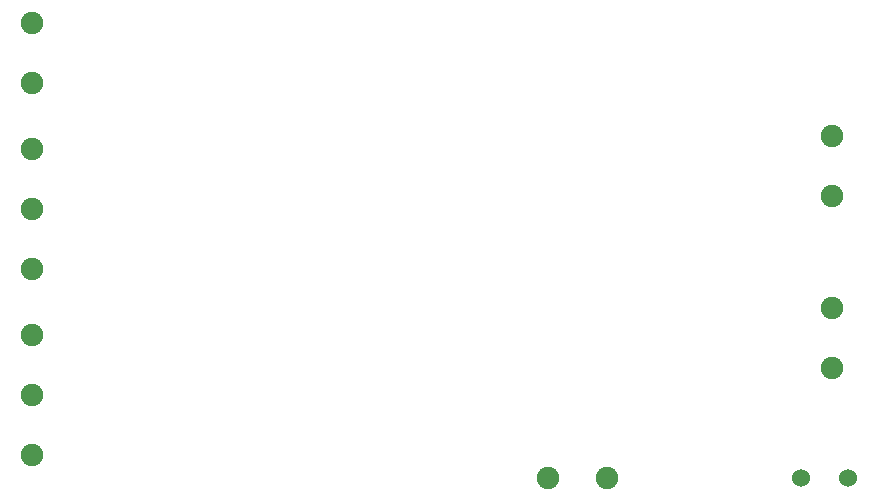
<source format=gbr>
G04 #@! TF.GenerationSoftware,KiCad,Pcbnew,(5.1.4)-1*
G04 #@! TF.CreationDate,2020-10-31T11:52:51+01:00*
G04 #@! TF.ProjectId,BSPD_v_1_0b,42535044-5f76-45f3-915f-30622e6b6963,rev?*
G04 #@! TF.SameCoordinates,Original*
G04 #@! TF.FileFunction,Soldermask,Bot*
G04 #@! TF.FilePolarity,Negative*
%FSLAX46Y46*%
G04 Gerber Fmt 4.6, Leading zero omitted, Abs format (unit mm)*
G04 Created by KiCad (PCBNEW (5.1.4)-1) date 2020-10-31 11:52:51*
%MOMM*%
%LPD*%
G04 APERTURE LIST*
%ADD10C,1.900000*%
%ADD11C,1.524000*%
G04 APERTURE END LIST*
D10*
X159639000Y-57785000D03*
X159639000Y-62865000D03*
X159639000Y-43180000D03*
X159639000Y-48260000D03*
X91948000Y-33655000D03*
X91948000Y-38735000D03*
X91948000Y-54483000D03*
X91948000Y-49403000D03*
X91948000Y-44323000D03*
X91948000Y-60071000D03*
X91948000Y-65151000D03*
X91948000Y-70231000D03*
X135636000Y-72136000D03*
X140636000Y-72136000D03*
D11*
X157036000Y-72136000D03*
X161036000Y-72136000D03*
M02*

</source>
